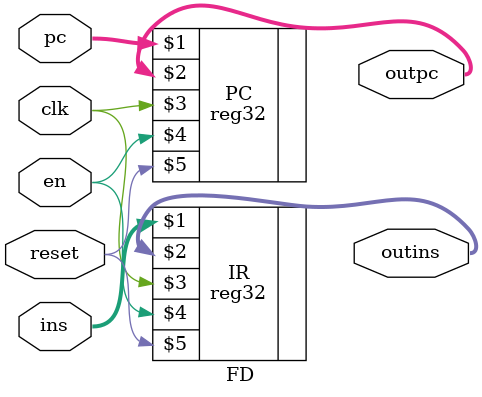
<source format=v>
module FD(ins, pc, clk, reset, en, outpc, outins);

input [31:0] ins, pc; 
input clk, reset, en; 

output [31:0] outpc, outins; 


reg32 PC(pc, outpc, clk, en, reset);
reg32 IR(ins, outins, clk, en, reset);


endmodule
</source>
